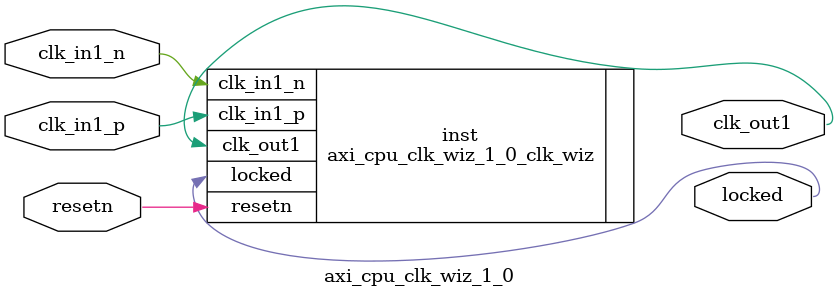
<source format=v>


`timescale 1ps/1ps

(* CORE_GENERATION_INFO = "axi_cpu_clk_wiz_1_0,clk_wiz_v6_0_4_0_0,{component_name=axi_cpu_clk_wiz_1_0,use_phase_alignment=true,use_min_o_jitter=false,use_max_i_jitter=false,use_dyn_phase_shift=false,use_inclk_switchover=false,use_dyn_reconfig=false,enable_axi=0,feedback_source=FDBK_AUTO,PRIMITIVE=MMCM,num_out_clk=1,clkin1_period=10.000,clkin2_period=10.000,use_power_down=false,use_reset=true,use_locked=true,use_inclk_stopped=false,feedback_type=SINGLE,CLOCK_MGR_TYPE=NA,manual_override=false}" *)

module axi_cpu_clk_wiz_1_0 
 (
  // Clock out ports
  output        clk_out1,
  // Status and control signals
  input         resetn,
  output        locked,
 // Clock in ports
  input         clk_in1_p,
  input         clk_in1_n
 );

  axi_cpu_clk_wiz_1_0_clk_wiz inst
  (
  // Clock out ports  
  .clk_out1(clk_out1),
  // Status and control signals               
  .resetn(resetn), 
  .locked(locked),
 // Clock in ports
  .clk_in1_p(clk_in1_p),
  .clk_in1_n(clk_in1_n)
  );

endmodule

</source>
